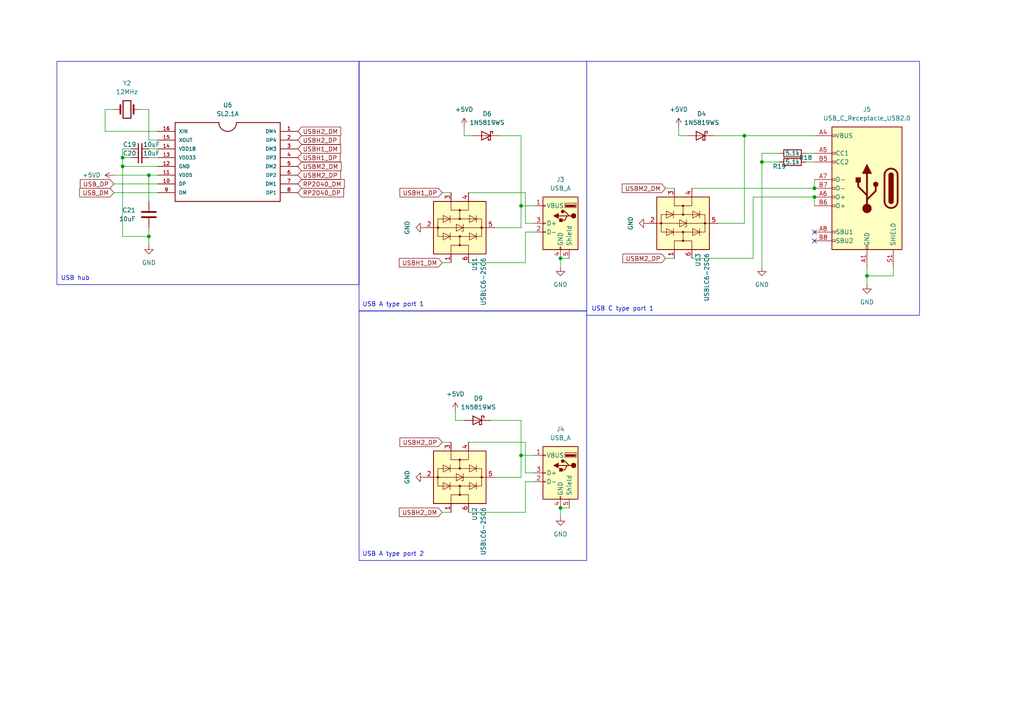
<source format=kicad_sch>
(kicad_sch (version 20231120) (generator "eeschema") (generator_version "8.0")
  (paper "A4")
  (lib_symbols
    (symbol "Connector:USB_A" (pin_names (offset 1.016))
      (property "Reference" "J" (at -5.08 11.43 0))
      (property "Value" "USB_A" (at -5.08 8.89 0))
      (symbol "USB_A_0_1"
        (rectangle (start -5.08 -7.62) (end 5.08 7.62) (stroke (width 0.254)) (fill (type background)))
        (circle (center -3.81 2.159) (radius 0.635) (stroke (width 0.254)) (fill (type outline)))
        (rectangle (start -1.524 4.826) (end -4.318 5.334) (fill (type outline)))
        (rectangle (start -1.27 4.572) (end -4.572 5.842))
        (circle (center -0.635 3.429) (radius 0.381) (stroke (width 0.254)) (fill (type outline)))
        (rectangle (start -0.127 -7.62) (end 0.127 -6.858))
        (polyline (pts (xy -3.175 2.159) (xy -2.54 2.159) (xy -1.27 3.429) (xy -0.635 3.429)) (stroke (width 0.254)))
        (polyline (pts (xy -2.54 2.159) (xy -1.905 2.159) (xy -1.27 0.889) (xy 0 0.889)) (stroke (width 0.254)))
        (polyline (pts (xy 0.635 2.794) (xy 0.635 1.524) (xy 1.905 2.159) (xy 0.635 2.794)) (stroke (width 0.254)) (fill (type outline)))
        (rectangle (start 0.254 1.27) (end -0.508 0.508) (stroke (width 0.254)) (fill (type outline)))
        (rectangle (start 5.08 -2.667) (end 4.318 -2.413))
        (rectangle (start 5.08 -0.127) (end 4.318 0.127))
        (rectangle (start 5.08 4.953) (end 4.318 5.207))
      )
      (symbol "USB_A_1_1"
        (polyline (pts (xy -1.905 2.159) (xy 0.635 2.159)) (stroke (width 0.254)))
        (pin power_in line (at 7.62 5.08 180) (length 2.54) (name "VBUS") (number "1"))
        (pin bidirectional line (at 7.62 -2.54 180) (length 2.54) (name "D-") (number "2"))
        (pin bidirectional line (at 7.62 0 180) (length 2.54) (name "D+") (number "3"))
        (pin power_in line (at 0 -10.16 90) (length 2.54) (name "GND") (number "4"))
        (pin passive line (at -2.54 -10.16 90) (length 2.54) (name "Shield") (number "5"))
      )
    )
    (symbol "Connector:USB_C_Receptacle_USB2.0" (pin_names (offset 1.016))
      (property "Reference" "J" (at -10.16 19.05 0))
      (property "Value" "USB_C_Receptacle_USB2.0" (at 19.05 19.05 0))
      (symbol "USB_C_Receptacle_USB2.0_0_0"
        (rectangle (start -0.254 -17.78) (end 0.254 -16.764))
        (rectangle (start 10.16 -14.986) (end 9.144 -15.494))
        (rectangle (start 10.16 -12.446) (end 9.144 -12.954))
        (rectangle (start 10.16 -4.826) (end 9.144 -5.334))
        (rectangle (start 10.16 -2.286) (end 9.144 -2.794))
        (rectangle (start 10.16 0.254) (end 9.144 -0.254))
        (rectangle (start 10.16 2.794) (end 9.144 2.286))
        (rectangle (start 10.16 7.874) (end 9.144 7.366))
        (rectangle (start 10.16 10.414) (end 9.144 9.906))
        (rectangle (start 10.16 15.494) (end 9.144 14.986))
      )
      (symbol "USB_C_Receptacle_USB2.0_0_1"
        (rectangle (start -10.16 17.78) (end 10.16 -17.78) (stroke (width 0.254)) (fill (type background)))
        (arc (start -8.89 -3.81) (mid -6.985 -5.7067) (end -5.08 -3.81) (stroke (width 0.508)))
        (arc (start -7.62 -3.81) (mid -6.985 -4.4423) (end -6.35 -3.81) (stroke (width 0.254)))
        (arc (start -7.62 -3.81) (mid -6.985 -4.4423) (end -6.35 -3.81) (stroke (width 0.254)) (fill (type outline)))
        (rectangle (start -7.62 -3.81) (end -6.35 3.81) (stroke (width 0.254)) (fill (type outline)))
        (arc (start -6.35 3.81) (mid -6.985 4.4423) (end -7.62 3.81) (stroke (width 0.254)))
        (arc (start -6.35 3.81) (mid -6.985 4.4423) (end -7.62 3.81) (stroke (width 0.254)) (fill (type outline)))
        (arc (start -5.08 3.81) (mid -6.985 5.7067) (end -8.89 3.81) (stroke (width 0.508)))
        (circle (center -2.54 1.143) (radius 0.635) (stroke (width 0.254)) (fill (type outline)))
        (circle (center 0 -5.842) (radius 1.27) (fill (type outline)))
        (polyline (pts (xy -8.89 -3.81) (xy -8.89 3.81)) (stroke (width 0.508)))
        (polyline (pts (xy -5.08 3.81) (xy -5.08 -3.81)) (stroke (width 0.508)))
        (polyline (pts (xy 0 -5.842) (xy 0 4.318)) (stroke (width 0.508)))
        (polyline (pts (xy 0 -3.302) (xy -2.54 -0.762) (xy -2.54 0.508)) (stroke (width 0.508)))
        (polyline (pts (xy 0 -2.032) (xy 2.54 0.508) (xy 2.54 1.778)) (stroke (width 0.508)))
        (polyline (pts (xy -1.27 4.318) (xy 0 6.858) (xy 1.27 4.318) (xy -1.27 4.318)) (stroke (width 0.254)) (fill (type outline)))
        (rectangle (start 1.905 1.778) (end 3.175 3.048) (stroke (width 0.254)) (fill (type outline)))
      )
      (symbol "USB_C_Receptacle_USB2.0_1_1"
        (pin passive line (at 0 -22.86 90) (length 5.08) (name "GND") (number "A1"))
        (pin passive line (at 0 -22.86 90) (length 5.08) hide (name "GND") (number "A12"))
        (pin passive line (at 15.24 15.24 180) (length 5.08) (name "VBUS") (number "A4"))
        (pin bidirectional line (at 15.24 10.16 180) (length 5.08) (name "CC1") (number "A5"))
        (pin bidirectional line (at 15.24 -2.54 180) (length 5.08) (name "D+") (number "A6"))
        (pin bidirectional line (at 15.24 2.54 180) (length 5.08) (name "D-") (number "A7"))
        (pin bidirectional line (at 15.24 -12.7 180) (length 5.08) (name "SBU1") (number "A8"))
        (pin passive line (at 15.24 15.24 180) (length 5.08) hide (name "VBUS") (number "A9"))
        (pin passive line (at 0 -22.86 90) (length 5.08) hide (name "GND") (number "B1"))
        (pin passive line (at 0 -22.86 90) (length 5.08) hide (name "GND") (number "B12"))
        (pin passive line (at 15.24 15.24 180) (length 5.08) hide (name "VBUS") (number "B4"))
        (pin bidirectional line (at 15.24 7.62 180) (length 5.08) (name "CC2") (number "B5"))
        (pin bidirectional line (at 15.24 -5.08 180) (length 5.08) (name "D+") (number "B6"))
        (pin bidirectional line (at 15.24 0 180) (length 5.08) (name "D-") (number "B7"))
        (pin bidirectional line (at 15.24 -15.24 180) (length 5.08) (name "SBU2") (number "B8"))
        (pin passive line (at 15.24 15.24 180) (length 5.08) hide (name "VBUS") (number "B9"))
        (pin passive line (at -7.62 -22.86 90) (length 5.08) (name "SHIELD") (number "S1"))
      )
    )
    (symbol "CoreChips:SL2.1A" (pin_names (offset 1.016))
      (property "Reference" "U" (at 0 20.32 0))
      (property "Value" "SL2.1A" (at 0 -7.62 0))
      (symbol "SL2.1A_0_0"
        (arc (start -2.54 17.769) (mid 0 15.24) (end 2.54 17.769) (stroke (width 0.254)))
        (polyline (pts (xy -15.24 -5.08) (xy 15.24 -5.08)) (stroke (width 0.254)))
        (polyline (pts (xy -15.24 17.78) (xy -15.24 -5.08)) (stroke (width 0.254)))
        (polyline (pts (xy -2.54 17.78) (xy -15.24 17.78)) (stroke (width 0.254)))
        (polyline (pts (xy 15.24 -5.08) (xy 15.24 17.78)) (stroke (width 0.254)))
        (polyline (pts (xy 15.24 17.78) (xy 2.54 17.78)) (stroke (width 0.254)))
        (pin bidirectional line (at -20.32 15.24 0) (length 5.08) (name "DM4") (number "1"))
        (pin bidirectional line (at 20.32 0 180) (length 5.08) (name "DP") (number "10"))
        (pin bidirectional line (at 20.32 2.54 180) (length 5.08) (name "VDD5") (number "11"))
        (pin bidirectional line (at 20.32 5.08 180) (length 5.08) (name "GND") (number "12"))
        (pin bidirectional line (at 20.32 7.62 180) (length 5.08) (name "VDD33") (number "13"))
        (pin bidirectional line (at 20.32 10.16 180) (length 5.08) (name "VDD18") (number "14"))
        (pin bidirectional line (at 20.32 12.7 180) (length 5.08) (name "XOUT") (number "15"))
        (pin bidirectional line (at 20.32 15.24 180) (length 5.08) (name "XIN") (number "16"))
        (pin bidirectional line (at -20.32 12.7 0) (length 5.08) (name "DP4") (number "2"))
        (pin bidirectional line (at -20.32 10.16 0) (length 5.08) (name "DM3") (number "3"))
        (pin bidirectional line (at -20.32 7.62 0) (length 5.08) (name "DP3") (number "4"))
        (pin bidirectional line (at -20.32 5.08 0) (length 5.08) (name "DM2") (number "5"))
        (pin bidirectional line (at -20.32 2.54 0) (length 5.08) (name "DP2") (number "6"))
        (pin bidirectional line (at -20.32 0 0) (length 5.08) (name "DM1") (number "7"))
        (pin bidirectional line (at -20.32 -2.54 0) (length 5.08) (name "DP1") (number "8"))
        (pin bidirectional line (at 20.32 -2.54 180) (length 5.08) (name "DM") (number "9"))
      )
    )
    (symbol "Device:C" (pin_numbers hide) (pin_names (offset 0.254))
      (property "Reference" "C" (at 0.635 2.54 0))
      (property "Value" "C" (at 0.635 -2.54 0))
      (symbol "C_0_1"
        (polyline (pts (xy -2.032 -0.762) (xy 2.032 -0.762)) (stroke (width 0.508)))
        (polyline (pts (xy -2.032 0.762) (xy 2.032 0.762)) (stroke (width 0.508)))
      )
      (symbol "C_1_1"
        (pin passive line (at 0 3.81 270) (length 2.794) (name "~") (number "1"))
        (pin passive line (at 0 -3.81 90) (length 2.794) (name "~") (number "2"))
      )
    )
    (symbol "Device:C_Small" (pin_numbers hide) (pin_names (offset 0.254) hide)
      (property "Reference" "C" (at 0.254 1.778 0))
      (property "Value" "C_Small" (at 0.254 -2.032 0))
      (symbol "C_Small_0_1"
        (polyline (pts (xy -1.524 -0.508) (xy 1.524 -0.508)) (stroke (width 0.3302)))
        (polyline (pts (xy -1.524 0.508) (xy 1.524 0.508)) (stroke (width 0.3048)))
      )
      (symbol "C_Small_1_1"
        (pin passive line (at 0 2.54 270) (length 2.032) (name "~") (number "1"))
        (pin passive line (at 0 -2.54 90) (length 2.032) (name "~") (number "2"))
      )
    )
    (symbol "Device:Crystal" (pin_numbers hide) (pin_names (offset 1.016) hide)
      (property "Reference" "Y" (at 0 3.81 0))
      (property "Value" "Crystal" (at 0 -3.81 0))
      (symbol "Crystal_0_1"
        (rectangle (start -1.143 2.54) (end 1.143 -2.54) (stroke (width 0.3048)))
        (polyline (pts (xy -2.54 0) (xy -1.905 0)))
        (polyline (pts (xy -1.905 -1.27) (xy -1.905 1.27)) (stroke (width 0.508)))
        (polyline (pts (xy 1.905 -1.27) (xy 1.905 1.27)) (stroke (width 0.508)))
        (polyline (pts (xy 2.54 0) (xy 1.905 0)))
      )
      (symbol "Crystal_1_1"
        (pin passive line (at -3.81 0 0) (length 1.27) (name "1") (number "1"))
        (pin passive line (at 3.81 0 180) (length 1.27) (name "2") (number "2"))
      )
    )
    (symbol "Device:R" (pin_numbers hide) (pin_names (offset 0))
      (property "Reference" "R" (at 2.032 0 90))
      (property "Value" "R" (at 0 0 90))
      (symbol "R_0_1"
        (rectangle (start -1.016 -2.54) (end 1.016 2.54) (stroke (width 0.254)))
      )
      (symbol "R_1_1"
        (pin passive line (at 0 3.81 270) (length 1.27) (name "~") (number "1"))
        (pin passive line (at 0 -3.81 90) (length 1.27) (name "~") (number "2"))
      )
    )
    (symbol "Diode:1N5819WS" (pin_numbers hide) (pin_names (offset 1.016) hide)
      (property "Reference" "D" (at 0 2.54 0))
      (property "Value" "1N5819WS" (at 0 -2.54 0))
      (symbol "1N5819WS_0_1"
        (polyline (pts (xy 1.27 0) (xy -1.27 0)))
        (polyline (pts (xy 1.27 1.27) (xy 1.27 -1.27) (xy -1.27 0) (xy 1.27 1.27)) (stroke (width 0.254)))
        (polyline (pts (xy -1.905 0.635) (xy -1.905 1.27) (xy -1.27 1.27) (xy -1.27 -1.27) (xy -0.635 -1.27) (xy -0.635 -0.635)) (stroke (width 0.254)))
      )
      (symbol "1N5819WS_1_1"
        (pin passive line (at -3.81 0 0) (length 2.54) (name "K") (number "1"))
        (pin passive line (at 3.81 0 180) (length 2.54) (name "A") (number "2"))
      )
    )
    (symbol "OLIMEX_Power:+5VD" (power) (pin_names (offset 0))
      (property "Value" "+5VD" (at 0 3.556 0))
      (symbol "+5VD_0_1"
        (polyline (pts (xy -0.762 1.27) (xy 0 2.54)))
        (polyline (pts (xy 0 0) (xy 0 2.54)))
        (polyline (pts (xy 0 2.54) (xy 0.762 1.27)))
      )
      (symbol "+5VD_1_1"
        (pin power_in line (at 0 0 90) (length 0) hide (name "+5VD") (number "1"))
      )
    )
    (symbol "Power_Protection:USBLC6-2SC6" (pin_names hide)
      (property "Reference" "U" (at 2.54 8.89 0))
      (property "Value" "USBLC6-2SC6" (at 2.54 -8.89 0))
      (symbol "USBLC6-2SC6_0_1"
        (rectangle (start -7.62 -7.62) (end 7.62 7.62) (stroke (width 0.254)) (fill (type background)))
        (circle (center -5.08 0) (radius 0.254) (fill (type outline)))
        (circle (center -2.54 0) (radius 0.254) (fill (type outline)))
        (rectangle (start -2.54 6.35) (end 2.54 -6.35))
        (circle (center 0 -6.35) (radius 0.254) (fill (type outline)))
        (polyline (pts (xy -5.08 -2.54) (xy -7.62 -2.54)))
        (polyline (pts (xy -5.08 0) (xy -5.08 -2.54)))
        (polyline (pts (xy -5.08 2.54) (xy -7.62 2.54)))
        (polyline (pts (xy -1.524 -2.794) (xy -3.556 -2.794)))
        (polyline (pts (xy -1.524 4.826) (xy -3.556 4.826)))
        (polyline (pts (xy 0 -7.62) (xy 0 -6.35)))
        (polyline (pts (xy 0 -6.35) (xy 0 1.27)))
        (polyline (pts (xy 0 1.27) (xy 0 6.35)))
        (polyline (pts (xy 0 6.35) (xy 0 7.62)))
        (polyline (pts (xy 1.524 -2.794) (xy 3.556 -2.794)))
        (polyline (pts (xy 1.524 4.826) (xy 3.556 4.826)))
        (polyline (pts (xy 5.08 -2.54) (xy 7.62 -2.54)))
        (polyline (pts (xy 5.08 0) (xy 5.08 -2.54)))
        (polyline (pts (xy 5.08 2.54) (xy 7.62 2.54)))
        (polyline (pts (xy -2.54 0) (xy -5.08 0) (xy -5.08 2.54)))
        (polyline (pts (xy 2.54 0) (xy 5.08 0) (xy 5.08 2.54)))
        (polyline (pts (xy -3.556 -4.826) (xy -1.524 -4.826) (xy -2.54 -2.794) (xy -3.556 -4.826)))
        (polyline (pts (xy -3.556 2.794) (xy -1.524 2.794) (xy -2.54 4.826) (xy -3.556 2.794)))
        (polyline (pts (xy -1.016 -1.016) (xy 1.016 -1.016) (xy 0 1.016) (xy -1.016 -1.016)))
        (polyline (pts (xy 1.016 1.016) (xy 0.762 1.016) (xy -1.016 1.016) (xy -1.016 0.508)))
        (polyline (pts (xy 3.556 -4.826) (xy 1.524 -4.826) (xy 2.54 -2.794) (xy 3.556 -4.826)))
        (polyline (pts (xy 3.556 2.794) (xy 1.524 2.794) (xy 2.54 4.826) (xy 3.556 2.794)))
        (circle (center 0 6.35) (radius 0.254) (fill (type outline)))
        (circle (center 2.54 0) (radius 0.254) (fill (type outline)))
        (circle (center 5.08 0) (radius 0.254) (fill (type outline)))
      )
      (symbol "USBLC6-2SC6_1_1"
        (pin passive line (at -10.16 -2.54 0) (length 2.54) (name "I/O1") (number "1"))
        (pin passive line (at 0 -10.16 90) (length 2.54) (name "GND") (number "2"))
        (pin passive line (at 10.16 -2.54 180) (length 2.54) (name "I/O2") (number "3"))
        (pin passive line (at 10.16 2.54 180) (length 2.54) (name "I/O2") (number "4"))
        (pin passive line (at 0 10.16 270) (length 2.54) (name "VBUS") (number "5"))
        (pin passive line (at -10.16 2.54 0) (length 2.54) (name "I/O1") (number "6"))
      )
    )
    (symbol "power:GND" (power) (pin_names (offset 0))
      (property "Value" "GND" (at 0 -3.81 0))
      (symbol "GND_0_1"
        (polyline (pts (xy 0 0) (xy 0 -1.27) (xy 1.27 -1.27) (xy 0 -2.54) (xy -1.27 -1.27) (xy 0 -1.27)))
      )
      (symbol "GND_1_1"
        (pin power_in line (at 0 0 270) (length 0) hide (name "GND") (number "1"))
      )
    )
  )
  (junction (at 151.13 59.69))
  (junction (at 215.9 39.37))
  (junction (at 43.18 50.8))
  (junction (at 251.46 80.01))
  (junction (at 35.56 48.26))
  (junction (at 43.18 68.58))
  (junction (at 236.22 57.15))
  (junction (at 35.56 45.72))
  (junction (at 220.98 46.99))
  (junction (at 162.56 147.32))
  (junction (at 162.56 74.93))
  (junction (at 151.13 132.08))
  (junction (at 236.22 54.61))
  (no_connect (at 236.22 69.85))
  (no_connect (at 236.22 67.31))
  (wire (pts (xy 236.22 57.15) (xy 236.22 59.69)))
  (wire (pts (xy 142.24 121.92) (xy 151.13 121.92)))
  (wire (pts (xy 215.9 39.37) (xy 236.22 39.37)))
  (wire (pts (xy 33.02 55.88) (xy 45.72 55.88)))
  (wire (pts (xy 165.1 147.32) (xy 162.56 147.32)))
  (wire (pts (xy 30.48 38.1) (xy 30.48 31.75)))
  (wire (pts (xy 193.04 74.93) (xy 195.58 74.93)))
  (wire (pts (xy 152.4 137.16) (xy 152.4 128.27)))
  (wire (pts (xy 30.48 31.75) (xy 33.02 31.75)))
  (wire (pts (xy 154.94 139.7) (xy 152.4 139.7)))
  (wire (pts (xy 43.18 45.72) (xy 45.72 45.72)))
  (wire (pts (xy 128.27 55.88) (xy 130.81 55.88)))
  (wire (pts (xy 38.1 45.72) (xy 35.56 45.72)))
  (wire (pts (xy 193.04 54.61) (xy 195.58 54.61)))
  (wire (pts (xy 220.98 44.45) (xy 226.06 44.45)))
  (wire (pts (xy 151.13 59.69) (xy 154.94 59.69)))
  (wire (pts (xy 151.13 138.43) (xy 151.13 132.08)))
  (wire (pts (xy 134.62 39.37) (xy 137.16 39.37)))
  (wire (pts (xy 43.18 66.04) (xy 43.18 68.58)))
  (wire (pts (xy 196.85 39.37) (xy 199.39 39.37)))
  (wire (pts (xy 207.01 39.37) (xy 215.9 39.37)))
  (wire (pts (xy 43.18 50.8) (xy 45.72 50.8)))
  (wire (pts (xy 152.4 55.88) (xy 135.89 55.88)))
  (wire (pts (xy 259.08 80.01) (xy 251.46 80.01)))
  (wire (pts (xy 152.4 67.31) (xy 152.4 76.2)))
  (wire (pts (xy 143.51 138.43) (xy 151.13 138.43)))
  (wire (pts (xy 220.98 46.99) (xy 226.06 46.99)))
  (wire (pts (xy 43.18 58.42) (xy 43.18 50.8)))
  (wire (pts (xy 233.68 44.45) (xy 236.22 44.45)))
  (wire (pts (xy 196.85 36.83) (xy 196.85 39.37)))
  (wire (pts (xy 220.98 46.99) (xy 220.98 44.45)))
  (wire (pts (xy 134.62 36.83) (xy 134.62 39.37)))
  (wire (pts (xy 162.56 147.32) (xy 162.56 149.86)))
  (wire (pts (xy 151.13 132.08) (xy 154.94 132.08)))
  (wire (pts (xy 35.56 48.26) (xy 35.56 68.58)))
  (wire (pts (xy 236.22 54.61) (xy 236.22 52.07)))
  (wire (pts (xy 220.98 77.47) (xy 220.98 46.99)))
  (wire (pts (xy 128.27 76.2) (xy 130.81 76.2)))
  (wire (pts (xy 43.18 31.75) (xy 40.64 31.75)))
  (wire (pts (xy 218.44 74.93) (xy 200.66 74.93)))
  (wire (pts (xy 43.18 31.75) (xy 43.18 40.64)))
  (wire (pts (xy 33.02 50.8) (xy 43.18 50.8)))
  (wire (pts (xy 152.4 139.7) (xy 152.4 148.59)))
  (wire (pts (xy 218.44 57.15) (xy 236.22 57.15)))
  (wire (pts (xy 143.51 66.04) (xy 151.13 66.04)))
  (wire (pts (xy 151.13 66.04) (xy 151.13 59.69)))
  (wire (pts (xy 43.18 43.18) (xy 45.72 43.18)))
  (wire (pts (xy 259.08 80.01) (xy 259.08 77.47)))
  (wire (pts (xy 218.44 57.15) (xy 218.44 74.93)))
  (wire (pts (xy 152.4 128.27) (xy 135.89 128.27)))
  (wire (pts (xy 128.27 128.27) (xy 130.81 128.27)))
  (wire (pts (xy 128.27 148.59) (xy 130.81 148.59)))
  (wire (pts (xy 251.46 77.47) (xy 251.46 80.01)))
  (wire (pts (xy 154.94 67.31) (xy 152.4 67.31)))
  (wire (pts (xy 152.4 148.59) (xy 135.89 148.59)))
  (wire (pts (xy 151.13 39.37) (xy 144.78 39.37)))
  (wire (pts (xy 154.94 137.16) (xy 152.4 137.16)))
  (wire (pts (xy 35.56 45.72) (xy 35.56 48.26)))
  (wire (pts (xy 233.68 46.99) (xy 236.22 46.99)))
  (wire (pts (xy 165.1 74.93) (xy 162.56 74.93)))
  (wire (pts (xy 251.46 82.55) (xy 251.46 80.01)))
  (wire (pts (xy 132.08 121.92) (xy 134.62 121.92)))
  (wire (pts (xy 162.56 74.93) (xy 162.56 77.47)))
  (wire (pts (xy 200.66 54.61) (xy 236.22 54.61)))
  (wire (pts (xy 151.13 132.08) (xy 151.13 121.92)))
  (wire (pts (xy 38.1 43.18) (xy 35.56 43.18)))
  (wire (pts (xy 35.56 43.18) (xy 35.56 45.72)))
  (wire (pts (xy 215.9 39.37) (xy 215.9 64.77)))
  (wire (pts (xy 35.56 68.58) (xy 43.18 68.58)))
  (wire (pts (xy 208.28 64.77) (xy 215.9 64.77)))
  (wire (pts (xy 45.72 40.64) (xy 43.18 40.64)))
  (wire (pts (xy 35.56 48.26) (xy 45.72 48.26)))
  (wire (pts (xy 151.13 59.69) (xy 151.13 39.37)))
  (wire (pts (xy 152.4 64.77) (xy 152.4 55.88)))
  (wire (pts (xy 33.02 53.34) (xy 45.72 53.34)))
  (wire (pts (xy 152.4 76.2) (xy 135.89 76.2)))
  (wire (pts (xy 154.94 64.77) (xy 152.4 64.77)))
  (wire (pts (xy 132.08 119.38) (xy 132.08 121.92)))
  (wire (pts (xy 43.18 71.12) (xy 43.18 68.58)))
  (wire (pts (xy 45.72 38.1) (xy 30.48 38.1)))
  (rectangle (start 170.18 17.78) (end 266.7 91.44))
  (rectangle (start 104.14 90.17) (end 170.18 162.56))
  (rectangle (start 104.14 17.78) (end 170.18 90.17))
  (rectangle (start 16.51 17.78) (end 104.14 82.55))
  (text "USB hub" (at 21.844 80.772 0) (effects (font (size 1.27 1.27))))
  (text "USB C type port 1" (at 180.594 89.662 0) (effects (font (size 1.27 1.27))))
  (text "USB A type port 2" (at 114.046 160.782 0) (effects (font (size 1.27 1.27))))
  (text "USB A type port 1" (at 114.046 88.392 0) (effects (font (size 1.27 1.27))))
  (global_label "RP2040_DM" (shape input) (at 86.36 53.34 0) (property "Intersheetrefs" "${INTERSHEET_REFS}" (effects (hide yes))))
  (global_label "USBH2_DP" (shape input) (at 86.36 40.64 0) (property "Intersheetrefs" "${INTERSHEET_REFS}" (effects (hide yes))))
  (global_label "USBH2_DM" (shape input) (at 86.36 38.1 0) (property "Intersheetrefs" "${INTERSHEET_REFS}" (effects (hide yes))))
  (global_label "USBH1_DP" (shape input) (at 86.36 45.72 0) (property "Intersheetrefs" "${INTERSHEET_REFS}" (effects (hide yes))))
  (global_label "USBH1_DM" (shape input) (at 86.36 43.18 0) (property "Intersheetrefs" "${INTERSHEET_REFS}" (effects (hide yes))))
  (global_label "USBH2_DP" (shape input) (at 128.27 128.27 180) (property "Intersheetrefs" "${INTERSHEET_REFS}" (effects (hide yes))))
  (global_label "USBH2_DM" (shape input) (at 128.27 148.59 180) (property "Intersheetrefs" "${INTERSHEET_REFS}" (effects (hide yes))))
  (global_label "USBH1_DM" (shape input) (at 128.27 76.2 180) (property "Intersheetrefs" "${INTERSHEET_REFS}" (effects (hide yes))))
  (global_label "USB_DM" (shape input) (at 33.02 55.88 180) (property "Intersheetrefs" "${INTERSHEET_REFS}" (effects (hide yes))))
  (global_label "USBM2_DM" (shape input) (at 86.36 48.26 0) (property "Intersheetrefs" "${INTERSHEET_REFS}" (effects (hide yes))))
  (global_label "USBM2_DP" (shape input) (at 193.04 74.93 180) (property "Intersheetrefs" "${INTERSHEET_REFS}" (effects (hide yes))))
  (global_label "USBM2_DM" (shape input) (at 193.04 54.61 180) (property "Intersheetrefs" "${INTERSHEET_REFS}" (effects (hide yes))))
  (global_label "RP2040_DP" (shape input) (at 86.36 55.88 0) (property "Intersheetrefs" "${INTERSHEET_REFS}" (effects (hide yes))))
  (global_label "USB_DP" (shape input) (at 33.02 53.34 180) (property "Intersheetrefs" "${INTERSHEET_REFS}" (effects (hide yes))))
  (global_label "USBM2_DP" (shape input) (at 86.36 50.8 0) (property "Intersheetrefs" "${INTERSHEET_REFS}" (effects (hide yes))))
  (global_label "USBH1_DP" (shape input) (at 128.27 55.88 180) (property "Intersheetrefs" "${INTERSHEET_REFS}" (effects (hide yes))))
  (symbol (lib_id "power:GND") (at 123.19 138.43 270) (mirror x) (unit 1)
    (property "Reference" "#PWR047" (effects (hide yes)))
    (property "Value" "GND" (at 118.11 138.43 0))
  )
  (symbol (lib_id "Power_Protection:USBLC6-2SC6") (at 133.35 138.43 270) (mirror x) (unit 1)
    (property "Reference" "U12" (at 137.668 147.066 0) (effects (justify right)))
    (property "Value" "USBLC6-2SC6" (at 140.208 147.066 0) (effects (justify right)))
    (property "Footprint" "Package_TO_SOT_SMD:SOT-23-6" (effects (hide yes)))
    (property "Datasheet" "https://www.st.com/resource/en/datasheet/usblc6-2.pdf" (effects (hide yes)))
  )
  (symbol (lib_id "OLIMEX_Power:+5VD") (at 33.02 50.8 90) (unit 1)
    (property "Reference" "#PWR037" (effects (hide yes)))
    (property "Value" "+5VD" (at 29.21 50.7999 90) (effects (justify left)))
  )
  (symbol (lib_id "Device:Crystal") (at 36.83 31.75 180) (unit 1)
    (property "Reference" "Y2" (at 36.83 24.13 0))
    (property "Value" "12MHz" (at 36.83 26.67 0))
    (property "Footprint" "Crystal:Crystal_SMD_HC49-SD" (effects (hide yes)))
    (property "Description" "Two pin crystal" (effects (hide yes)))
  )
  (symbol (lib_id "power:GND") (at 123.19 66.04 270) (mirror x) (unit 1)
    (property "Reference" "#PWR058" (effects (hide yes)))
    (property "Value" "GND" (at 118.11 66.04 0))
  )
  (symbol (lib_id "Connector:USB_C_Receptacle_USB2.0") (at 251.46 54.61 0) (mirror y) (unit 1)
    (property "Reference" "J5" (at 251.46 31.75 0))
    (property "Value" "USB_C_Receptacle_USB2.0" (at 251.46 34.29 0))
    (property "Footprint" "Connector_USB:USB_C_Receptacle_Palconn_UTC16-G" (effects (hide yes)))
    (property "Datasheet" "https://www.usb.org/sites/default/files/documents/usb_type-c.zip" (effects (hide yes)))
  )
  (symbol (lib_id "power:GND") (at 251.46 82.55 0) (mirror y) (unit 1)
    (property "Reference" "#PWR056" (effects (hide yes)))
    (property "Value" "GND" (at 251.46 87.63 0))
  )
  (symbol (lib_id "power:GND") (at 162.56 149.86 0) (mirror y) (unit 1)
    (property "Reference" "#PWR060" (effects (hide yes)))
    (property "Value" "GND" (at 162.56 154.94 0))
  )
  (symbol (lib_id "Diode:1N5819WS") (at 203.2 39.37 0) (mirror y) (unit 1)
    (property "Reference" "D4" (at 203.5175 33.02 0))
    (property "Value" "1N5819WS" (at 203.5175 35.56 0))
    (property "Footprint" "Diode_SMD:D_SOD-323" (effects (hide yes)))
    (property "Datasheet" "https://datasheet.lcsc.com/lcsc/2204281430_Guangdong-Hottech-1N5819WS_C191023.pdf" (effects (hide yes)))
  )
  (symbol (lib_id "OLIMEX_Power:+5VD") (at 134.62 36.83 0) (unit 1)
    (property "Reference" "#PWR043" (effects (hide yes)))
    (property "Value" "+5VD" (at 134.62 31.75 0))
  )
  (symbol (lib_id "power:GND") (at 187.96 64.77 270) (mirror x) (unit 1)
    (property "Reference" "#PWR061" (effects (hide yes)))
    (property "Value" "GND" (at 182.88 64.77 0))
  )
  (symbol (lib_id "Diode:1N5819WS") (at 140.97 39.37 0) (mirror y) (unit 1)
    (property "Reference" "D6" (at 141.2875 33.02 0))
    (property "Value" "1N5819WS" (at 141.2875 35.56 0))
    (property "Footprint" "Diode_SMD:D_SOD-323" (effects (hide yes)))
    (property "Datasheet" "https://datasheet.lcsc.com/lcsc/2204281430_Guangdong-Hottech-1N5819WS_C191023.pdf" (effects (hide yes)))
  )
  (symbol (lib_id "OLIMEX_Power:+5VD") (at 132.08 119.38 0) (unit 1)
    (property "Reference" "#PWR046" (effects (hide yes)))
    (property "Value" "+5VD" (at 132.08 114.3 0))
  )
  (symbol (lib_id "CoreChips:SL2.1A") (at 66.04 53.34 0) (mirror y) (unit 1)
    (property "Reference" "U6" (at 66.04 30.48 0))
    (property "Value" "SL2.1A" (at 66.04 33.02 0))
    (property "Footprint" "Package_SO:SO-16_3.9x9.9mm_P1.27mm" (effects (hide yes)))
    (property "Description" "\nUSB 2.0 HIGH SPEED 4-PORT HUB CONTROLLER\n" (effects (hide yes)))
    (property "MF" "CoreChips ShenZhen CO.,Ltd" (effects (hide yes)))
    (property "Package" "Package" (effects (hide yes)))
    (property "Price" "None" (effects (hide yes)))
    (property "SnapEDA_Link" "https://www.snapeda.com/parts/SL2.1A/CoreChips+ShenZhen+CO.%252CLtd/view-part/?ref=snap" (effects (hide yes)))
    (property "MP" "SL2.1A" (effects (hide yes)))
    (property "Availability" "Not in stock" (effects (hide yes)))
    (property "Check_prices" "https://www.snapeda.com/parts/SL2.1A/CoreChips+ShenZhen+CO.%252CLtd/view-part/?ref=eda" (effects (hide yes)))
  )
  (symbol (lib_id "power:GND") (at 162.56 77.47 0) (mirror y) (unit 1)
    (property "Reference" "#PWR045" (effects (hide yes)))
    (property "Value" "GND" (at 162.56 82.55 0))
  )
  (symbol (lib_id "Power_Protection:USBLC6-2SC6") (at 198.12 64.77 270) (mirror x) (unit 1)
    (property "Reference" "U13" (at 202.438 73.406 0) (effects (justify right)))
    (property "Value" "USBLC6-2SC6" (at 204.978 73.406 0) (effects (justify right)))
    (property "Footprint" "Package_TO_SOT_SMD:SOT-23-6" (effects (hide yes)))
    (property "Datasheet" "https://www.st.com/resource/en/datasheet/usblc6-2.pdf" (effects (hide yes)))
  )
  (symbol (lib_id "Device:R") (at 229.87 44.45 270) (unit 1)
    (property "Reference" "R18" (at 233.68 45.72 90))
    (property "Value" "5.1k" (at 229.87 44.45 90))
    (property "Footprint" "Resistor_SMD:R_0603_1608Metric" (effects (hide yes)))
  )
  (symbol (lib_id "Device:C_Small") (at 40.64 43.18 90) (unit 1)
    (property "Reference" "C19" (at 37.592 41.91 90))
    (property "Value" "10uF" (at 43.942 41.91 90))
    (property "Footprint" "Capacitor_SMD:C_0603_1608Metric" (effects (hide yes)))
    (property "Description" "Unpolarized capacitor, small symbol" (effects (hide yes)))
  )
  (symbol (lib_id "Device:C") (at 43.18 62.23 0) (mirror y) (unit 1)
    (property "Reference" "C21" (at 39.37 60.96 0) (effects (justify left)))
    (property "Value" "10uF" (at 39.37 63.5 0) (effects (justify left)))
    (property "Footprint" "Capacitor_SMD:C_0603_1608Metric" (effects (hide yes)))
  )
  (symbol (lib_id "Diode:1N5819WS") (at 138.43 121.92 0) (mirror y) (unit 1)
    (property "Reference" "D9" (at 138.7475 115.57 0))
    (property "Value" "1N5819WS" (at 138.7475 118.11 0))
    (property "Footprint" "Diode_SMD:D_SOD-323" (effects (hide yes)))
    (property "Datasheet" "https://datasheet.lcsc.com/lcsc/2204281430_Guangdong-Hottech-1N5819WS_C191023.pdf" (effects (hide yes)))
  )
  (symbol (lib_id "power:GND") (at 220.98 77.47 0) (mirror y) (unit 1)
    (property "Reference" "#PWR049" (effects (hide yes)))
    (property "Value" "GND" (at 220.98 82.55 0))
  )
  (symbol (lib_id "power:GND") (at 43.18 71.12 0) (unit 1)
    (property "Reference" "#PWR038" (effects (hide yes)))
    (property "Value" "GND" (at 43.18 76.2 0))
  )
  (symbol (lib_id "OLIMEX_Power:+5VD") (at 196.85 36.83 0) (unit 1)
    (property "Reference" "#PWR041" (effects (hide yes)))
    (property "Value" "+5VD" (at 196.85 31.75 0))
  )
  (symbol (lib_id "Connector:USB_A") (at 162.56 137.16 0) (mirror y) (unit 1)
    (property "Reference" "J4" (at 162.56 124.46 0))
    (property "Value" "USB_A" (at 162.56 127 0))
    (property "Footprint" "Connector_USB:USB_A_Receptacle_GCT_USB1046" (effects (hide yes)))
    (property "Datasheet" " ~" (effects (hide yes)))
    (property "Description" "USB Type A connector" (effects (hide yes)))
  )
  (symbol (lib_id "Power_Protection:USBLC6-2SC6") (at 133.35 66.04 270) (mirror x) (unit 1)
    (property "Reference" "U11" (at 137.668 74.676 0) (effects (justify right)))
    (property "Value" "USBLC6-2SC6" (at 140.208 74.676 0) (effects (justify right)))
    (property "Footprint" "Package_TO_SOT_SMD:SOT-23-6" (effects (hide yes)))
    (property "Datasheet" "https://www.st.com/resource/en/datasheet/usblc6-2.pdf" (effects (hide yes)))
  )
  (symbol (lib_id "Device:C_Small") (at 40.64 45.72 90) (unit 1)
    (property "Reference" "C20" (at 37.592 44.45 90))
    (property "Value" "10uF" (at 43.942 44.45 90))
    (property "Footprint" "Capacitor_SMD:C_0603_1608Metric" (effects (hide yes)))
    (property "Description" "Unpolarized capacitor, small symbol" (effects (hide yes)))
  )
  (symbol (lib_id "Device:R") (at 229.87 46.99 90) (mirror x) (unit 1)
    (property "Reference" "R19" (at 226.06 48.26 90))
    (property "Value" "5.1k" (at 229.87 46.99 90))
    (property "Footprint" "Resistor_SMD:R_0603_1608Metric" (effects (hide yes)))
  )
  (symbol (lib_id "Connector:USB_A") (at 162.56 64.77 0) (mirror y) (unit 1)
    (property "Reference" "J3" (at 162.56 52.07 0))
    (property "Value" "USB_A" (at 162.56 54.61 0))
    (property "Footprint" "Connector_USB:USB_A_Receptacle_GCT_USB1046" (effects (hide yes)))
    (property "Datasheet" " ~" (effects (hide yes)))
    (property "Description" "USB Type A connector" (effects (hide yes)))
  )
)
</source>
